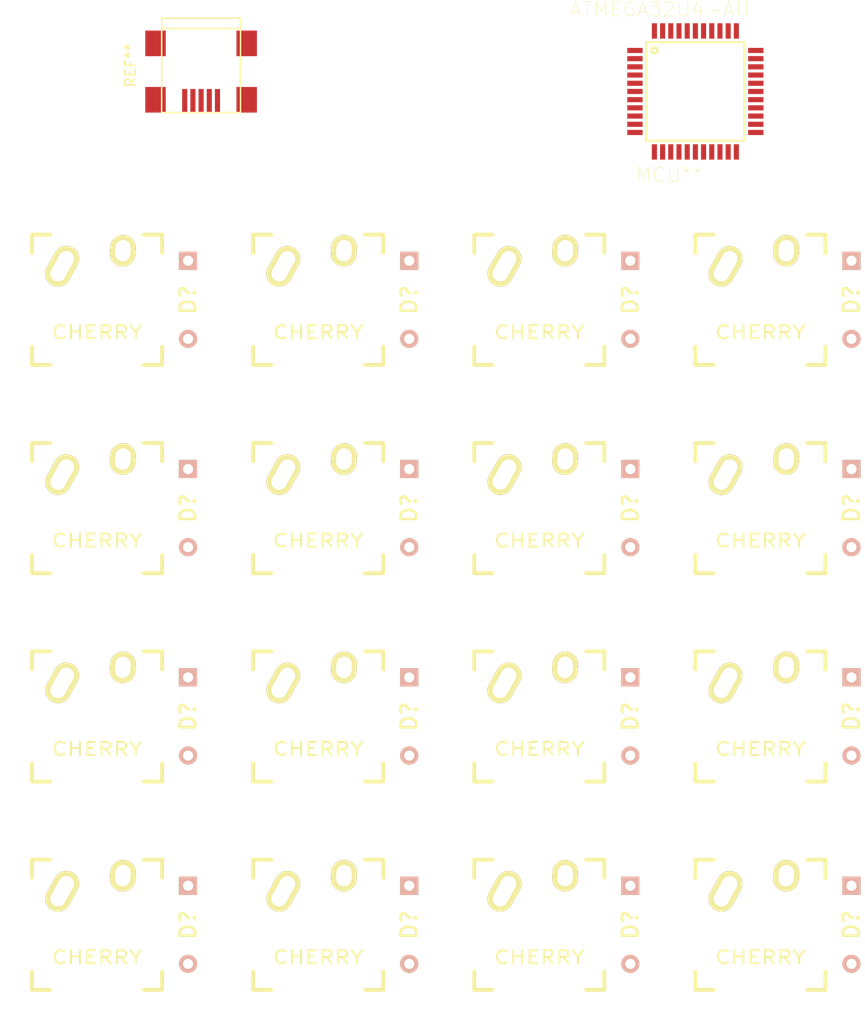
<source format=kicad_pcb>
(kicad_pcb (version 4) (host pcbnew 4.0.4-stable)

  (general
    (links 0)
    (no_connects 0)
    (area 0 0 0 0)
    (thickness 1.6)
    (drawings 0)
    (tracks 0)
    (zones 0)
    (modules 34)
    (nets 1)
  )

  (page A4)
  (layers
    (0 F.Cu signal)
    (31 B.Cu signal)
    (32 B.Adhes user)
    (33 F.Adhes user)
    (34 B.Paste user)
    (35 F.Paste user)
    (36 B.SilkS user)
    (37 F.SilkS user)
    (38 B.Mask user)
    (39 F.Mask user)
    (40 Dwgs.User user)
    (41 Cmts.User user)
    (42 Eco1.User user)
    (43 Eco2.User user)
    (44 Edge.Cuts user)
    (45 Margin user)
    (46 B.CrtYd user)
    (47 F.CrtYd user)
    (48 B.Fab user)
    (49 F.Fab user)
  )

  (setup
    (last_trace_width 0.25)
    (trace_clearance 0.2)
    (zone_clearance 0.508)
    (zone_45_only no)
    (trace_min 0.2)
    (segment_width 0.2)
    (edge_width 0.15)
    (via_size 0.6)
    (via_drill 0.4)
    (via_min_size 0.4)
    (via_min_drill 0.3)
    (uvia_size 0.3)
    (uvia_drill 0.1)
    (uvias_allowed no)
    (uvia_min_size 0.2)
    (uvia_min_drill 0.1)
    (pcb_text_width 0.3)
    (pcb_text_size 1.5 1.5)
    (mod_edge_width 0.15)
    (mod_text_size 1 1)
    (mod_text_width 0.15)
    (pad_size 1.524 1.524)
    (pad_drill 0.762)
    (pad_to_mask_clearance 0.2)
    (aux_axis_origin 0 0)
    (visible_elements FFFFFF7F)
    (pcbplotparams
      (layerselection 0x00030_80000001)
      (usegerberextensions false)
      (excludeedgelayer true)
      (linewidth 0.100000)
      (plotframeref false)
      (viasonmask false)
      (mode 1)
      (useauxorigin false)
      (hpglpennumber 1)
      (hpglpenspeed 20)
      (hpglpendiameter 15)
      (hpglpenoverlay 2)
      (psnegative false)
      (psa4output false)
      (plotreference true)
      (plotvalue true)
      (plotinvisibletext false)
      (padsonsilk false)
      (subtractmaskfromsilk false)
      (outputformat 1)
      (mirror false)
      (drillshape 1)
      (scaleselection 1)
      (outputdirectory ""))
  )

  (net 0 "")

  (net_class Default "This is the default net class."
    (clearance 0.2)
    (trace_width 0.25)
    (via_dia 0.6)
    (via_drill 0.4)
    (uvia_dia 0.3)
    (uvia_drill 0.1)
  )

  (module part_library:MX_DIODE (layer F.Cu) (tedit 4EC3E830) (tstamp 58646C56)
    (at 132.08 99.06 90)
    (fp_text reference D? (at 0 5.08 90) (layer F.SilkS)
      (effects (font (thickness 0.254)))
    )
    (fp_text value DIODE (at 0 5.08 90) (layer F.SilkS) hide
      (effects (font (thickness 0.254)))
    )
    (pad 1 thru_hole circle (at -3.81 5.08 90) (size 1.778 1.778) (drill 0.9906) (layers *.Cu *.SilkS *.Mask))
    (pad 2 thru_hole rect (at 3.81 5.08 90) (size 1.778 1.778) (drill 0.9906) (layers *.Cu *.SilkS *.Mask))
  )

  (module part_library:MX_DIODE (layer F.Cu) (tedit 4EC3E830) (tstamp 58646C51)
    (at 110.49 99.06 90)
    (fp_text reference D? (at 0 5.08 90) (layer F.SilkS)
      (effects (font (thickness 0.254)))
    )
    (fp_text value DIODE (at 0 5.08 90) (layer F.SilkS) hide
      (effects (font (thickness 0.254)))
    )
    (pad 1 thru_hole circle (at -3.81 5.08 90) (size 1.778 1.778) (drill 0.9906) (layers *.Cu *.SilkS *.Mask))
    (pad 2 thru_hole rect (at 3.81 5.08 90) (size 1.778 1.778) (drill 0.9906) (layers *.Cu *.SilkS *.Mask))
  )

  (module part_library:MX_DIODE (layer F.Cu) (tedit 4EC3E830) (tstamp 58646C4C)
    (at 88.9 99.06 90)
    (fp_text reference D? (at 0 5.08 90) (layer F.SilkS)
      (effects (font (thickness 0.254)))
    )
    (fp_text value DIODE (at 0 5.08 90) (layer F.SilkS) hide
      (effects (font (thickness 0.254)))
    )
    (pad 1 thru_hole circle (at -3.81 5.08 90) (size 1.778 1.778) (drill 0.9906) (layers *.Cu *.SilkS *.Mask))
    (pad 2 thru_hole rect (at 3.81 5.08 90) (size 1.778 1.778) (drill 0.9906) (layers *.Cu *.SilkS *.Mask))
  )

  (module part_library:MX_DIODE (layer F.Cu) (tedit 4EC3E830) (tstamp 58646C47)
    (at 67.31 99.06 90)
    (fp_text reference D? (at 0 5.08 90) (layer F.SilkS)
      (effects (font (thickness 0.254)))
    )
    (fp_text value DIODE (at 0 5.08 90) (layer F.SilkS) hide
      (effects (font (thickness 0.254)))
    )
    (pad 1 thru_hole circle (at -3.81 5.08 90) (size 1.778 1.778) (drill 0.9906) (layers *.Cu *.SilkS *.Mask))
    (pad 2 thru_hole rect (at 3.81 5.08 90) (size 1.778 1.778) (drill 0.9906) (layers *.Cu *.SilkS *.Mask))
  )

  (module part_library:HYBRID_PCB_100H (layer F.Cu) (tedit 549A0505) (tstamp 58646C2A)
    (at 128.27 99.06)
    (fp_text reference CHERRY (at 0 3.175) (layer F.SilkS)
      (effects (font (size 1.27 1.524) (thickness 0.2032)))
    )
    (fp_text value MX (at 0 5.08) (layer F.SilkS) hide
      (effects (font (size 1.27 1.524) (thickness 0.2032)))
    )
    (fp_text user 1.00u (at -5.715 8.255) (layer Dwgs.User)
      (effects (font (thickness 0.3048)))
    )
    (fp_line (start -6.35 -6.35) (end 6.35 -6.35) (layer Cmts.User) (width 0.1524))
    (fp_line (start 6.35 -6.35) (end 6.35 6.35) (layer Cmts.User) (width 0.1524))
    (fp_line (start 6.35 6.35) (end -6.35 6.35) (layer Cmts.User) (width 0.1524))
    (fp_line (start -6.35 6.35) (end -6.35 -6.35) (layer Cmts.User) (width 0.1524))
    (fp_line (start -9.398 -9.398) (end 9.398 -9.398) (layer Dwgs.User) (width 0.1524))
    (fp_line (start 9.398 -9.398) (end 9.398 9.398) (layer Dwgs.User) (width 0.1524))
    (fp_line (start 9.398 9.398) (end -9.398 9.398) (layer Dwgs.User) (width 0.1524))
    (fp_line (start -9.398 9.398) (end -9.398 -9.398) (layer Dwgs.User) (width 0.1524))
    (fp_line (start -6.35 -6.35) (end -4.572 -6.35) (layer F.SilkS) (width 0.381))
    (fp_line (start 4.572 -6.35) (end 6.35 -6.35) (layer F.SilkS) (width 0.381))
    (fp_line (start 6.35 -6.35) (end 6.35 -4.572) (layer F.SilkS) (width 0.381))
    (fp_line (start 6.35 4.572) (end 6.35 6.35) (layer F.SilkS) (width 0.381))
    (fp_line (start 6.35 6.35) (end 4.572 6.35) (layer F.SilkS) (width 0.381))
    (fp_line (start -4.572 6.35) (end -6.35 6.35) (layer F.SilkS) (width 0.381))
    (fp_line (start -6.35 6.35) (end -6.35 4.572) (layer F.SilkS) (width 0.381))
    (fp_line (start -6.35 -4.572) (end -6.35 -6.35) (layer F.SilkS) (width 0.381))
    (fp_line (start -6.985 -6.985) (end 6.985 -6.985) (layer Eco2.User) (width 0.1524))
    (fp_line (start 6.985 -6.985) (end 6.985 6.985) (layer Eco2.User) (width 0.1524))
    (fp_line (start 6.985 6.985) (end -6.985 6.985) (layer Eco2.User) (width 0.1524))
    (fp_line (start -6.985 6.985) (end -6.985 -6.985) (layer Eco2.User) (width 0.1524))
    (pad 1 thru_hole oval (at -3.405 -3.27 330.95) (size 2.5 4.17) (drill oval 1.5 3.17) (layers *.Cu *.Mask F.SilkS))
    (pad 2 thru_hole oval (at 2.52 -4.79 356.1) (size 2.5 3.08) (drill oval 1.5 2.08) (layers *.Cu *.Mask F.SilkS))
    (pad HOLE np_thru_hole circle (at 0 0) (size 3.9878 3.9878) (drill 3.9878) (layers *.Cu))
    (pad HOLE np_thru_hole circle (at -5.08 0) (size 1.7018 1.7018) (drill 1.7018) (layers *.Cu))
    (pad HOLE np_thru_hole circle (at 5.08 0) (size 1.7018 1.7018) (drill 1.7018) (layers *.Cu))
  )

  (module part_library:HYBRID_PCB_100H (layer F.Cu) (tedit 549A0505) (tstamp 58646C0D)
    (at 106.68 99.06)
    (fp_text reference CHERRY (at 0 3.175) (layer F.SilkS)
      (effects (font (size 1.27 1.524) (thickness 0.2032)))
    )
    (fp_text value MX (at 0 5.08) (layer F.SilkS) hide
      (effects (font (size 1.27 1.524) (thickness 0.2032)))
    )
    (fp_text user 1.00u (at -5.715 8.255) (layer Dwgs.User)
      (effects (font (thickness 0.3048)))
    )
    (fp_line (start -6.35 -6.35) (end 6.35 -6.35) (layer Cmts.User) (width 0.1524))
    (fp_line (start 6.35 -6.35) (end 6.35 6.35) (layer Cmts.User) (width 0.1524))
    (fp_line (start 6.35 6.35) (end -6.35 6.35) (layer Cmts.User) (width 0.1524))
    (fp_line (start -6.35 6.35) (end -6.35 -6.35) (layer Cmts.User) (width 0.1524))
    (fp_line (start -9.398 -9.398) (end 9.398 -9.398) (layer Dwgs.User) (width 0.1524))
    (fp_line (start 9.398 -9.398) (end 9.398 9.398) (layer Dwgs.User) (width 0.1524))
    (fp_line (start 9.398 9.398) (end -9.398 9.398) (layer Dwgs.User) (width 0.1524))
    (fp_line (start -9.398 9.398) (end -9.398 -9.398) (layer Dwgs.User) (width 0.1524))
    (fp_line (start -6.35 -6.35) (end -4.572 -6.35) (layer F.SilkS) (width 0.381))
    (fp_line (start 4.572 -6.35) (end 6.35 -6.35) (layer F.SilkS) (width 0.381))
    (fp_line (start 6.35 -6.35) (end 6.35 -4.572) (layer F.SilkS) (width 0.381))
    (fp_line (start 6.35 4.572) (end 6.35 6.35) (layer F.SilkS) (width 0.381))
    (fp_line (start 6.35 6.35) (end 4.572 6.35) (layer F.SilkS) (width 0.381))
    (fp_line (start -4.572 6.35) (end -6.35 6.35) (layer F.SilkS) (width 0.381))
    (fp_line (start -6.35 6.35) (end -6.35 4.572) (layer F.SilkS) (width 0.381))
    (fp_line (start -6.35 -4.572) (end -6.35 -6.35) (layer F.SilkS) (width 0.381))
    (fp_line (start -6.985 -6.985) (end 6.985 -6.985) (layer Eco2.User) (width 0.1524))
    (fp_line (start 6.985 -6.985) (end 6.985 6.985) (layer Eco2.User) (width 0.1524))
    (fp_line (start 6.985 6.985) (end -6.985 6.985) (layer Eco2.User) (width 0.1524))
    (fp_line (start -6.985 6.985) (end -6.985 -6.985) (layer Eco2.User) (width 0.1524))
    (pad 1 thru_hole oval (at -3.405 -3.27 330.95) (size 2.5 4.17) (drill oval 1.5 3.17) (layers *.Cu *.Mask F.SilkS))
    (pad 2 thru_hole oval (at 2.52 -4.79 356.1) (size 2.5 3.08) (drill oval 1.5 2.08) (layers *.Cu *.Mask F.SilkS))
    (pad HOLE np_thru_hole circle (at 0 0) (size 3.9878 3.9878) (drill 3.9878) (layers *.Cu))
    (pad HOLE np_thru_hole circle (at -5.08 0) (size 1.7018 1.7018) (drill 1.7018) (layers *.Cu))
    (pad HOLE np_thru_hole circle (at 5.08 0) (size 1.7018 1.7018) (drill 1.7018) (layers *.Cu))
  )

  (module part_library:HYBRID_PCB_100H (layer F.Cu) (tedit 549A0505) (tstamp 58646BF0)
    (at 85.09 99.06)
    (fp_text reference CHERRY (at 0 3.175) (layer F.SilkS)
      (effects (font (size 1.27 1.524) (thickness 0.2032)))
    )
    (fp_text value MX (at 0 5.08) (layer F.SilkS) hide
      (effects (font (size 1.27 1.524) (thickness 0.2032)))
    )
    (fp_text user 1.00u (at -5.715 8.255) (layer Dwgs.User)
      (effects (font (thickness 0.3048)))
    )
    (fp_line (start -6.35 -6.35) (end 6.35 -6.35) (layer Cmts.User) (width 0.1524))
    (fp_line (start 6.35 -6.35) (end 6.35 6.35) (layer Cmts.User) (width 0.1524))
    (fp_line (start 6.35 6.35) (end -6.35 6.35) (layer Cmts.User) (width 0.1524))
    (fp_line (start -6.35 6.35) (end -6.35 -6.35) (layer Cmts.User) (width 0.1524))
    (fp_line (start -9.398 -9.398) (end 9.398 -9.398) (layer Dwgs.User) (width 0.1524))
    (fp_line (start 9.398 -9.398) (end 9.398 9.398) (layer Dwgs.User) (width 0.1524))
    (fp_line (start 9.398 9.398) (end -9.398 9.398) (layer Dwgs.User) (width 0.1524))
    (fp_line (start -9.398 9.398) (end -9.398 -9.398) (layer Dwgs.User) (width 0.1524))
    (fp_line (start -6.35 -6.35) (end -4.572 -6.35) (layer F.SilkS) (width 0.381))
    (fp_line (start 4.572 -6.35) (end 6.35 -6.35) (layer F.SilkS) (width 0.381))
    (fp_line (start 6.35 -6.35) (end 6.35 -4.572) (layer F.SilkS) (width 0.381))
    (fp_line (start 6.35 4.572) (end 6.35 6.35) (layer F.SilkS) (width 0.381))
    (fp_line (start 6.35 6.35) (end 4.572 6.35) (layer F.SilkS) (width 0.381))
    (fp_line (start -4.572 6.35) (end -6.35 6.35) (layer F.SilkS) (width 0.381))
    (fp_line (start -6.35 6.35) (end -6.35 4.572) (layer F.SilkS) (width 0.381))
    (fp_line (start -6.35 -4.572) (end -6.35 -6.35) (layer F.SilkS) (width 0.381))
    (fp_line (start -6.985 -6.985) (end 6.985 -6.985) (layer Eco2.User) (width 0.1524))
    (fp_line (start 6.985 -6.985) (end 6.985 6.985) (layer Eco2.User) (width 0.1524))
    (fp_line (start 6.985 6.985) (end -6.985 6.985) (layer Eco2.User) (width 0.1524))
    (fp_line (start -6.985 6.985) (end -6.985 -6.985) (layer Eco2.User) (width 0.1524))
    (pad 1 thru_hole oval (at -3.405 -3.27 330.95) (size 2.5 4.17) (drill oval 1.5 3.17) (layers *.Cu *.Mask F.SilkS))
    (pad 2 thru_hole oval (at 2.52 -4.79 356.1) (size 2.5 3.08) (drill oval 1.5 2.08) (layers *.Cu *.Mask F.SilkS))
    (pad HOLE np_thru_hole circle (at 0 0) (size 3.9878 3.9878) (drill 3.9878) (layers *.Cu))
    (pad HOLE np_thru_hole circle (at -5.08 0) (size 1.7018 1.7018) (drill 1.7018) (layers *.Cu))
    (pad HOLE np_thru_hole circle (at 5.08 0) (size 1.7018 1.7018) (drill 1.7018) (layers *.Cu))
  )

  (module part_library:HYBRID_PCB_100H (layer F.Cu) (tedit 549A0505) (tstamp 58646BD3)
    (at 63.5 99.06)
    (fp_text reference CHERRY (at 0 3.175) (layer F.SilkS)
      (effects (font (size 1.27 1.524) (thickness 0.2032)))
    )
    (fp_text value MX (at 0 5.08) (layer F.SilkS) hide
      (effects (font (size 1.27 1.524) (thickness 0.2032)))
    )
    (fp_text user 1.00u (at -5.715 8.255) (layer Dwgs.User)
      (effects (font (thickness 0.3048)))
    )
    (fp_line (start -6.35 -6.35) (end 6.35 -6.35) (layer Cmts.User) (width 0.1524))
    (fp_line (start 6.35 -6.35) (end 6.35 6.35) (layer Cmts.User) (width 0.1524))
    (fp_line (start 6.35 6.35) (end -6.35 6.35) (layer Cmts.User) (width 0.1524))
    (fp_line (start -6.35 6.35) (end -6.35 -6.35) (layer Cmts.User) (width 0.1524))
    (fp_line (start -9.398 -9.398) (end 9.398 -9.398) (layer Dwgs.User) (width 0.1524))
    (fp_line (start 9.398 -9.398) (end 9.398 9.398) (layer Dwgs.User) (width 0.1524))
    (fp_line (start 9.398 9.398) (end -9.398 9.398) (layer Dwgs.User) (width 0.1524))
    (fp_line (start -9.398 9.398) (end -9.398 -9.398) (layer Dwgs.User) (width 0.1524))
    (fp_line (start -6.35 -6.35) (end -4.572 -6.35) (layer F.SilkS) (width 0.381))
    (fp_line (start 4.572 -6.35) (end 6.35 -6.35) (layer F.SilkS) (width 0.381))
    (fp_line (start 6.35 -6.35) (end 6.35 -4.572) (layer F.SilkS) (width 0.381))
    (fp_line (start 6.35 4.572) (end 6.35 6.35) (layer F.SilkS) (width 0.381))
    (fp_line (start 6.35 6.35) (end 4.572 6.35) (layer F.SilkS) (width 0.381))
    (fp_line (start -4.572 6.35) (end -6.35 6.35) (layer F.SilkS) (width 0.381))
    (fp_line (start -6.35 6.35) (end -6.35 4.572) (layer F.SilkS) (width 0.381))
    (fp_line (start -6.35 -4.572) (end -6.35 -6.35) (layer F.SilkS) (width 0.381))
    (fp_line (start -6.985 -6.985) (end 6.985 -6.985) (layer Eco2.User) (width 0.1524))
    (fp_line (start 6.985 -6.985) (end 6.985 6.985) (layer Eco2.User) (width 0.1524))
    (fp_line (start 6.985 6.985) (end -6.985 6.985) (layer Eco2.User) (width 0.1524))
    (fp_line (start -6.985 6.985) (end -6.985 -6.985) (layer Eco2.User) (width 0.1524))
    (pad 1 thru_hole oval (at -3.405 -3.27 330.95) (size 2.5 4.17) (drill oval 1.5 3.17) (layers *.Cu *.Mask F.SilkS))
    (pad 2 thru_hole oval (at 2.52 -4.79 356.1) (size 2.5 3.08) (drill oval 1.5 2.08) (layers *.Cu *.Mask F.SilkS))
    (pad HOLE np_thru_hole circle (at 0 0) (size 3.9878 3.9878) (drill 3.9878) (layers *.Cu))
    (pad HOLE np_thru_hole circle (at -5.08 0) (size 1.7018 1.7018) (drill 1.7018) (layers *.Cu))
    (pad HOLE np_thru_hole circle (at 5.08 0) (size 1.7018 1.7018) (drill 1.7018) (layers *.Cu))
  )

  (module part_library:HYBRID_PCB_100H (layer F.Cu) (tedit 549A0505) (tstamp 58646BB6)
    (at 63.5 119.38)
    (fp_text reference CHERRY (at 0 3.175) (layer F.SilkS)
      (effects (font (size 1.27 1.524) (thickness 0.2032)))
    )
    (fp_text value MX (at 0 5.08) (layer F.SilkS) hide
      (effects (font (size 1.27 1.524) (thickness 0.2032)))
    )
    (fp_text user 1.00u (at -5.715 8.255) (layer Dwgs.User)
      (effects (font (thickness 0.3048)))
    )
    (fp_line (start -6.35 -6.35) (end 6.35 -6.35) (layer Cmts.User) (width 0.1524))
    (fp_line (start 6.35 -6.35) (end 6.35 6.35) (layer Cmts.User) (width 0.1524))
    (fp_line (start 6.35 6.35) (end -6.35 6.35) (layer Cmts.User) (width 0.1524))
    (fp_line (start -6.35 6.35) (end -6.35 -6.35) (layer Cmts.User) (width 0.1524))
    (fp_line (start -9.398 -9.398) (end 9.398 -9.398) (layer Dwgs.User) (width 0.1524))
    (fp_line (start 9.398 -9.398) (end 9.398 9.398) (layer Dwgs.User) (width 0.1524))
    (fp_line (start 9.398 9.398) (end -9.398 9.398) (layer Dwgs.User) (width 0.1524))
    (fp_line (start -9.398 9.398) (end -9.398 -9.398) (layer Dwgs.User) (width 0.1524))
    (fp_line (start -6.35 -6.35) (end -4.572 -6.35) (layer F.SilkS) (width 0.381))
    (fp_line (start 4.572 -6.35) (end 6.35 -6.35) (layer F.SilkS) (width 0.381))
    (fp_line (start 6.35 -6.35) (end 6.35 -4.572) (layer F.SilkS) (width 0.381))
    (fp_line (start 6.35 4.572) (end 6.35 6.35) (layer F.SilkS) (width 0.381))
    (fp_line (start 6.35 6.35) (end 4.572 6.35) (layer F.SilkS) (width 0.381))
    (fp_line (start -4.572 6.35) (end -6.35 6.35) (layer F.SilkS) (width 0.381))
    (fp_line (start -6.35 6.35) (end -6.35 4.572) (layer F.SilkS) (width 0.381))
    (fp_line (start -6.35 -4.572) (end -6.35 -6.35) (layer F.SilkS) (width 0.381))
    (fp_line (start -6.985 -6.985) (end 6.985 -6.985) (layer Eco2.User) (width 0.1524))
    (fp_line (start 6.985 -6.985) (end 6.985 6.985) (layer Eco2.User) (width 0.1524))
    (fp_line (start 6.985 6.985) (end -6.985 6.985) (layer Eco2.User) (width 0.1524))
    (fp_line (start -6.985 6.985) (end -6.985 -6.985) (layer Eco2.User) (width 0.1524))
    (pad 1 thru_hole oval (at -3.405 -3.27 330.95) (size 2.5 4.17) (drill oval 1.5 3.17) (layers *.Cu *.Mask F.SilkS))
    (pad 2 thru_hole oval (at 2.52 -4.79 356.1) (size 2.5 3.08) (drill oval 1.5 2.08) (layers *.Cu *.Mask F.SilkS))
    (pad HOLE np_thru_hole circle (at 0 0) (size 3.9878 3.9878) (drill 3.9878) (layers *.Cu))
    (pad HOLE np_thru_hole circle (at -5.08 0) (size 1.7018 1.7018) (drill 1.7018) (layers *.Cu))
    (pad HOLE np_thru_hole circle (at 5.08 0) (size 1.7018 1.7018) (drill 1.7018) (layers *.Cu))
  )

  (module part_library:HYBRID_PCB_100H (layer F.Cu) (tedit 549A0505) (tstamp 58646B99)
    (at 85.09 119.38)
    (fp_text reference CHERRY (at 0 3.175) (layer F.SilkS)
      (effects (font (size 1.27 1.524) (thickness 0.2032)))
    )
    (fp_text value MX (at 0 5.08) (layer F.SilkS) hide
      (effects (font (size 1.27 1.524) (thickness 0.2032)))
    )
    (fp_text user 1.00u (at -5.715 8.255) (layer Dwgs.User)
      (effects (font (thickness 0.3048)))
    )
    (fp_line (start -6.35 -6.35) (end 6.35 -6.35) (layer Cmts.User) (width 0.1524))
    (fp_line (start 6.35 -6.35) (end 6.35 6.35) (layer Cmts.User) (width 0.1524))
    (fp_line (start 6.35 6.35) (end -6.35 6.35) (layer Cmts.User) (width 0.1524))
    (fp_line (start -6.35 6.35) (end -6.35 -6.35) (layer Cmts.User) (width 0.1524))
    (fp_line (start -9.398 -9.398) (end 9.398 -9.398) (layer Dwgs.User) (width 0.1524))
    (fp_line (start 9.398 -9.398) (end 9.398 9.398) (layer Dwgs.User) (width 0.1524))
    (fp_line (start 9.398 9.398) (end -9.398 9.398) (layer Dwgs.User) (width 0.1524))
    (fp_line (start -9.398 9.398) (end -9.398 -9.398) (layer Dwgs.User) (width 0.1524))
    (fp_line (start -6.35 -6.35) (end -4.572 -6.35) (layer F.SilkS) (width 0.381))
    (fp_line (start 4.572 -6.35) (end 6.35 -6.35) (layer F.SilkS) (width 0.381))
    (fp_line (start 6.35 -6.35) (end 6.35 -4.572) (layer F.SilkS) (width 0.381))
    (fp_line (start 6.35 4.572) (end 6.35 6.35) (layer F.SilkS) (width 0.381))
    (fp_line (start 6.35 6.35) (end 4.572 6.35) (layer F.SilkS) (width 0.381))
    (fp_line (start -4.572 6.35) (end -6.35 6.35) (layer F.SilkS) (width 0.381))
    (fp_line (start -6.35 6.35) (end -6.35 4.572) (layer F.SilkS) (width 0.381))
    (fp_line (start -6.35 -4.572) (end -6.35 -6.35) (layer F.SilkS) (width 0.381))
    (fp_line (start -6.985 -6.985) (end 6.985 -6.985) (layer Eco2.User) (width 0.1524))
    (fp_line (start 6.985 -6.985) (end 6.985 6.985) (layer Eco2.User) (width 0.1524))
    (fp_line (start 6.985 6.985) (end -6.985 6.985) (layer Eco2.User) (width 0.1524))
    (fp_line (start -6.985 6.985) (end -6.985 -6.985) (layer Eco2.User) (width 0.1524))
    (pad 1 thru_hole oval (at -3.405 -3.27 330.95) (size 2.5 4.17) (drill oval 1.5 3.17) (layers *.Cu *.Mask F.SilkS))
    (pad 2 thru_hole oval (at 2.52 -4.79 356.1) (size 2.5 3.08) (drill oval 1.5 2.08) (layers *.Cu *.Mask F.SilkS))
    (pad HOLE np_thru_hole circle (at 0 0) (size 3.9878 3.9878) (drill 3.9878) (layers *.Cu))
    (pad HOLE np_thru_hole circle (at -5.08 0) (size 1.7018 1.7018) (drill 1.7018) (layers *.Cu))
    (pad HOLE np_thru_hole circle (at 5.08 0) (size 1.7018 1.7018) (drill 1.7018) (layers *.Cu))
  )

  (module part_library:HYBRID_PCB_100H (layer F.Cu) (tedit 549A0505) (tstamp 58646B7C)
    (at 106.68 119.38)
    (fp_text reference CHERRY (at 0 3.175) (layer F.SilkS)
      (effects (font (size 1.27 1.524) (thickness 0.2032)))
    )
    (fp_text value MX (at 0 5.08) (layer F.SilkS) hide
      (effects (font (size 1.27 1.524) (thickness 0.2032)))
    )
    (fp_text user 1.00u (at -5.715 8.255) (layer Dwgs.User)
      (effects (font (thickness 0.3048)))
    )
    (fp_line (start -6.35 -6.35) (end 6.35 -6.35) (layer Cmts.User) (width 0.1524))
    (fp_line (start 6.35 -6.35) (end 6.35 6.35) (layer Cmts.User) (width 0.1524))
    (fp_line (start 6.35 6.35) (end -6.35 6.35) (layer Cmts.User) (width 0.1524))
    (fp_line (start -6.35 6.35) (end -6.35 -6.35) (layer Cmts.User) (width 0.1524))
    (fp_line (start -9.398 -9.398) (end 9.398 -9.398) (layer Dwgs.User) (width 0.1524))
    (fp_line (start 9.398 -9.398) (end 9.398 9.398) (layer Dwgs.User) (width 0.1524))
    (fp_line (start 9.398 9.398) (end -9.398 9.398) (layer Dwgs.User) (width 0.1524))
    (fp_line (start -9.398 9.398) (end -9.398 -9.398) (layer Dwgs.User) (width 0.1524))
    (fp_line (start -6.35 -6.35) (end -4.572 -6.35) (layer F.SilkS) (width 0.381))
    (fp_line (start 4.572 -6.35) (end 6.35 -6.35) (layer F.SilkS) (width 0.381))
    (fp_line (start 6.35 -6.35) (end 6.35 -4.572) (layer F.SilkS) (width 0.381))
    (fp_line (start 6.35 4.572) (end 6.35 6.35) (layer F.SilkS) (width 0.381))
    (fp_line (start 6.35 6.35) (end 4.572 6.35) (layer F.SilkS) (width 0.381))
    (fp_line (start -4.572 6.35) (end -6.35 6.35) (layer F.SilkS) (width 0.381))
    (fp_line (start -6.35 6.35) (end -6.35 4.572) (layer F.SilkS) (width 0.381))
    (fp_line (start -6.35 -4.572) (end -6.35 -6.35) (layer F.SilkS) (width 0.381))
    (fp_line (start -6.985 -6.985) (end 6.985 -6.985) (layer Eco2.User) (width 0.1524))
    (fp_line (start 6.985 -6.985) (end 6.985 6.985) (layer Eco2.User) (width 0.1524))
    (fp_line (start 6.985 6.985) (end -6.985 6.985) (layer Eco2.User) (width 0.1524))
    (fp_line (start -6.985 6.985) (end -6.985 -6.985) (layer Eco2.User) (width 0.1524))
    (pad 1 thru_hole oval (at -3.405 -3.27 330.95) (size 2.5 4.17) (drill oval 1.5 3.17) (layers *.Cu *.Mask F.SilkS))
    (pad 2 thru_hole oval (at 2.52 -4.79 356.1) (size 2.5 3.08) (drill oval 1.5 2.08) (layers *.Cu *.Mask F.SilkS))
    (pad HOLE np_thru_hole circle (at 0 0) (size 3.9878 3.9878) (drill 3.9878) (layers *.Cu))
    (pad HOLE np_thru_hole circle (at -5.08 0) (size 1.7018 1.7018) (drill 1.7018) (layers *.Cu))
    (pad HOLE np_thru_hole circle (at 5.08 0) (size 1.7018 1.7018) (drill 1.7018) (layers *.Cu))
  )

  (module part_library:HYBRID_PCB_100H (layer F.Cu) (tedit 549A0505) (tstamp 58646B5F)
    (at 128.27 119.38)
    (fp_text reference CHERRY (at 0 3.175) (layer F.SilkS)
      (effects (font (size 1.27 1.524) (thickness 0.2032)))
    )
    (fp_text value MX (at 0 5.08) (layer F.SilkS) hide
      (effects (font (size 1.27 1.524) (thickness 0.2032)))
    )
    (fp_text user 1.00u (at -5.715 8.255) (layer Dwgs.User)
      (effects (font (thickness 0.3048)))
    )
    (fp_line (start -6.35 -6.35) (end 6.35 -6.35) (layer Cmts.User) (width 0.1524))
    (fp_line (start 6.35 -6.35) (end 6.35 6.35) (layer Cmts.User) (width 0.1524))
    (fp_line (start 6.35 6.35) (end -6.35 6.35) (layer Cmts.User) (width 0.1524))
    (fp_line (start -6.35 6.35) (end -6.35 -6.35) (layer Cmts.User) (width 0.1524))
    (fp_line (start -9.398 -9.398) (end 9.398 -9.398) (layer Dwgs.User) (width 0.1524))
    (fp_line (start 9.398 -9.398) (end 9.398 9.398) (layer Dwgs.User) (width 0.1524))
    (fp_line (start 9.398 9.398) (end -9.398 9.398) (layer Dwgs.User) (width 0.1524))
    (fp_line (start -9.398 9.398) (end -9.398 -9.398) (layer Dwgs.User) (width 0.1524))
    (fp_line (start -6.35 -6.35) (end -4.572 -6.35) (layer F.SilkS) (width 0.381))
    (fp_line (start 4.572 -6.35) (end 6.35 -6.35) (layer F.SilkS) (width 0.381))
    (fp_line (start 6.35 -6.35) (end 6.35 -4.572) (layer F.SilkS) (width 0.381))
    (fp_line (start 6.35 4.572) (end 6.35 6.35) (layer F.SilkS) (width 0.381))
    (fp_line (start 6.35 6.35) (end 4.572 6.35) (layer F.SilkS) (width 0.381))
    (fp_line (start -4.572 6.35) (end -6.35 6.35) (layer F.SilkS) (width 0.381))
    (fp_line (start -6.35 6.35) (end -6.35 4.572) (layer F.SilkS) (width 0.381))
    (fp_line (start -6.35 -4.572) (end -6.35 -6.35) (layer F.SilkS) (width 0.381))
    (fp_line (start -6.985 -6.985) (end 6.985 -6.985) (layer Eco2.User) (width 0.1524))
    (fp_line (start 6.985 -6.985) (end 6.985 6.985) (layer Eco2.User) (width 0.1524))
    (fp_line (start 6.985 6.985) (end -6.985 6.985) (layer Eco2.User) (width 0.1524))
    (fp_line (start -6.985 6.985) (end -6.985 -6.985) (layer Eco2.User) (width 0.1524))
    (pad 1 thru_hole oval (at -3.405 -3.27 330.95) (size 2.5 4.17) (drill oval 1.5 3.17) (layers *.Cu *.Mask F.SilkS))
    (pad 2 thru_hole oval (at 2.52 -4.79 356.1) (size 2.5 3.08) (drill oval 1.5 2.08) (layers *.Cu *.Mask F.SilkS))
    (pad HOLE np_thru_hole circle (at 0 0) (size 3.9878 3.9878) (drill 3.9878) (layers *.Cu))
    (pad HOLE np_thru_hole circle (at -5.08 0) (size 1.7018 1.7018) (drill 1.7018) (layers *.Cu))
    (pad HOLE np_thru_hole circle (at 5.08 0) (size 1.7018 1.7018) (drill 1.7018) (layers *.Cu))
  )

  (module part_library:MX_DIODE (layer F.Cu) (tedit 4EC3E830) (tstamp 58646B5A)
    (at 67.31 119.38 90)
    (fp_text reference D? (at 0 5.08 90) (layer F.SilkS)
      (effects (font (thickness 0.254)))
    )
    (fp_text value DIODE (at 0 5.08 90) (layer F.SilkS) hide
      (effects (font (thickness 0.254)))
    )
    (pad 1 thru_hole circle (at -3.81 5.08 90) (size 1.778 1.778) (drill 0.9906) (layers *.Cu *.SilkS *.Mask))
    (pad 2 thru_hole rect (at 3.81 5.08 90) (size 1.778 1.778) (drill 0.9906) (layers *.Cu *.SilkS *.Mask))
  )

  (module part_library:MX_DIODE (layer F.Cu) (tedit 4EC3E830) (tstamp 58646B55)
    (at 88.9 119.38 90)
    (fp_text reference D? (at 0 5.08 90) (layer F.SilkS)
      (effects (font (thickness 0.254)))
    )
    (fp_text value DIODE (at 0 5.08 90) (layer F.SilkS) hide
      (effects (font (thickness 0.254)))
    )
    (pad 1 thru_hole circle (at -3.81 5.08 90) (size 1.778 1.778) (drill 0.9906) (layers *.Cu *.SilkS *.Mask))
    (pad 2 thru_hole rect (at 3.81 5.08 90) (size 1.778 1.778) (drill 0.9906) (layers *.Cu *.SilkS *.Mask))
  )

  (module part_library:MX_DIODE (layer F.Cu) (tedit 4EC3E830) (tstamp 58646B50)
    (at 110.49 119.38 90)
    (fp_text reference D? (at 0 5.08 90) (layer F.SilkS)
      (effects (font (thickness 0.254)))
    )
    (fp_text value DIODE (at 0 5.08 90) (layer F.SilkS) hide
      (effects (font (thickness 0.254)))
    )
    (pad 1 thru_hole circle (at -3.81 5.08 90) (size 1.778 1.778) (drill 0.9906) (layers *.Cu *.SilkS *.Mask))
    (pad 2 thru_hole rect (at 3.81 5.08 90) (size 1.778 1.778) (drill 0.9906) (layers *.Cu *.SilkS *.Mask))
  )

  (module part_library:MX_DIODE (layer F.Cu) (tedit 4EC3E830) (tstamp 58646B4B)
    (at 132.08 119.38 90)
    (fp_text reference D? (at 0 5.08 90) (layer F.SilkS)
      (effects (font (thickness 0.254)))
    )
    (fp_text value DIODE (at 0 5.08 90) (layer F.SilkS) hide
      (effects (font (thickness 0.254)))
    )
    (pad 1 thru_hole circle (at -3.81 5.08 90) (size 1.778 1.778) (drill 0.9906) (layers *.Cu *.SilkS *.Mask))
    (pad 2 thru_hole rect (at 3.81 5.08 90) (size 1.778 1.778) (drill 0.9906) (layers *.Cu *.SilkS *.Mask))
  )

  (module part_library:MX_DIODE (layer F.Cu) (tedit 4EC3E830) (tstamp 58646B46)
    (at 132.08 78.74 90)
    (fp_text reference D? (at 0 5.08 90) (layer F.SilkS)
      (effects (font (thickness 0.254)))
    )
    (fp_text value DIODE (at 0 5.08 90) (layer F.SilkS) hide
      (effects (font (thickness 0.254)))
    )
    (pad 1 thru_hole circle (at -3.81 5.08 90) (size 1.778 1.778) (drill 0.9906) (layers *.Cu *.SilkS *.Mask))
    (pad 2 thru_hole rect (at 3.81 5.08 90) (size 1.778 1.778) (drill 0.9906) (layers *.Cu *.SilkS *.Mask))
  )

  (module part_library:MX_DIODE (layer F.Cu) (tedit 4EC3E830) (tstamp 58646B41)
    (at 110.49 78.74 90)
    (fp_text reference D? (at 0 5.08 90) (layer F.SilkS)
      (effects (font (thickness 0.254)))
    )
    (fp_text value DIODE (at 0 5.08 90) (layer F.SilkS) hide
      (effects (font (thickness 0.254)))
    )
    (pad 1 thru_hole circle (at -3.81 5.08 90) (size 1.778 1.778) (drill 0.9906) (layers *.Cu *.SilkS *.Mask))
    (pad 2 thru_hole rect (at 3.81 5.08 90) (size 1.778 1.778) (drill 0.9906) (layers *.Cu *.SilkS *.Mask))
  )

  (module part_library:MX_DIODE (layer F.Cu) (tedit 4EC3E830) (tstamp 58646B3C)
    (at 88.9 78.74 90)
    (fp_text reference D? (at 0 5.08 90) (layer F.SilkS)
      (effects (font (thickness 0.254)))
    )
    (fp_text value DIODE (at 0 5.08 90) (layer F.SilkS) hide
      (effects (font (thickness 0.254)))
    )
    (pad 1 thru_hole circle (at -3.81 5.08 90) (size 1.778 1.778) (drill 0.9906) (layers *.Cu *.SilkS *.Mask))
    (pad 2 thru_hole rect (at 3.81 5.08 90) (size 1.778 1.778) (drill 0.9906) (layers *.Cu *.SilkS *.Mask))
  )

  (module part_library:MX_DIODE (layer F.Cu) (tedit 4EC3E830) (tstamp 58646B37)
    (at 67.31 78.74 90)
    (fp_text reference D? (at 0 5.08 90) (layer F.SilkS)
      (effects (font (thickness 0.254)))
    )
    (fp_text value DIODE (at 0 5.08 90) (layer F.SilkS) hide
      (effects (font (thickness 0.254)))
    )
    (pad 1 thru_hole circle (at -3.81 5.08 90) (size 1.778 1.778) (drill 0.9906) (layers *.Cu *.SilkS *.Mask))
    (pad 2 thru_hole rect (at 3.81 5.08 90) (size 1.778 1.778) (drill 0.9906) (layers *.Cu *.SilkS *.Mask))
  )

  (module part_library:HYBRID_PCB_100H (layer F.Cu) (tedit 549A0505) (tstamp 58646B1A)
    (at 128.27 78.74)
    (fp_text reference CHERRY (at 0 3.175) (layer F.SilkS)
      (effects (font (size 1.27 1.524) (thickness 0.2032)))
    )
    (fp_text value MX (at 0 5.08) (layer F.SilkS) hide
      (effects (font (size 1.27 1.524) (thickness 0.2032)))
    )
    (fp_text user 1.00u (at -5.715 8.255) (layer Dwgs.User)
      (effects (font (thickness 0.3048)))
    )
    (fp_line (start -6.35 -6.35) (end 6.35 -6.35) (layer Cmts.User) (width 0.1524))
    (fp_line (start 6.35 -6.35) (end 6.35 6.35) (layer Cmts.User) (width 0.1524))
    (fp_line (start 6.35 6.35) (end -6.35 6.35) (layer Cmts.User) (width 0.1524))
    (fp_line (start -6.35 6.35) (end -6.35 -6.35) (layer Cmts.User) (width 0.1524))
    (fp_line (start -9.398 -9.398) (end 9.398 -9.398) (layer Dwgs.User) (width 0.1524))
    (fp_line (start 9.398 -9.398) (end 9.398 9.398) (layer Dwgs.User) (width 0.1524))
    (fp_line (start 9.398 9.398) (end -9.398 9.398) (layer Dwgs.User) (width 0.1524))
    (fp_line (start -9.398 9.398) (end -9.398 -9.398) (layer Dwgs.User) (width 0.1524))
    (fp_line (start -6.35 -6.35) (end -4.572 -6.35) (layer F.SilkS) (width 0.381))
    (fp_line (start 4.572 -6.35) (end 6.35 -6.35) (layer F.SilkS) (width 0.381))
    (fp_line (start 6.35 -6.35) (end 6.35 -4.572) (layer F.SilkS) (width 0.381))
    (fp_line (start 6.35 4.572) (end 6.35 6.35) (layer F.SilkS) (width 0.381))
    (fp_line (start 6.35 6.35) (end 4.572 6.35) (layer F.SilkS) (width 0.381))
    (fp_line (start -4.572 6.35) (end -6.35 6.35) (layer F.SilkS) (width 0.381))
    (fp_line (start -6.35 6.35) (end -6.35 4.572) (layer F.SilkS) (width 0.381))
    (fp_line (start -6.35 -4.572) (end -6.35 -6.35) (layer F.SilkS) (width 0.381))
    (fp_line (start -6.985 -6.985) (end 6.985 -6.985) (layer Eco2.User) (width 0.1524))
    (fp_line (start 6.985 -6.985) (end 6.985 6.985) (layer Eco2.User) (width 0.1524))
    (fp_line (start 6.985 6.985) (end -6.985 6.985) (layer Eco2.User) (width 0.1524))
    (fp_line (start -6.985 6.985) (end -6.985 -6.985) (layer Eco2.User) (width 0.1524))
    (pad 1 thru_hole oval (at -3.405 -3.27 330.95) (size 2.5 4.17) (drill oval 1.5 3.17) (layers *.Cu *.Mask F.SilkS))
    (pad 2 thru_hole oval (at 2.52 -4.79 356.1) (size 2.5 3.08) (drill oval 1.5 2.08) (layers *.Cu *.Mask F.SilkS))
    (pad HOLE np_thru_hole circle (at 0 0) (size 3.9878 3.9878) (drill 3.9878) (layers *.Cu))
    (pad HOLE np_thru_hole circle (at -5.08 0) (size 1.7018 1.7018) (drill 1.7018) (layers *.Cu))
    (pad HOLE np_thru_hole circle (at 5.08 0) (size 1.7018 1.7018) (drill 1.7018) (layers *.Cu))
  )

  (module part_library:HYBRID_PCB_100H (layer F.Cu) (tedit 549A0505) (tstamp 58646AFD)
    (at 106.68 78.74)
    (fp_text reference CHERRY (at 0 3.175) (layer F.SilkS)
      (effects (font (size 1.27 1.524) (thickness 0.2032)))
    )
    (fp_text value MX (at 0 5.08) (layer F.SilkS) hide
      (effects (font (size 1.27 1.524) (thickness 0.2032)))
    )
    (fp_text user 1.00u (at -5.715 8.255) (layer Dwgs.User)
      (effects (font (thickness 0.3048)))
    )
    (fp_line (start -6.35 -6.35) (end 6.35 -6.35) (layer Cmts.User) (width 0.1524))
    (fp_line (start 6.35 -6.35) (end 6.35 6.35) (layer Cmts.User) (width 0.1524))
    (fp_line (start 6.35 6.35) (end -6.35 6.35) (layer Cmts.User) (width 0.1524))
    (fp_line (start -6.35 6.35) (end -6.35 -6.35) (layer Cmts.User) (width 0.1524))
    (fp_line (start -9.398 -9.398) (end 9.398 -9.398) (layer Dwgs.User) (width 0.1524))
    (fp_line (start 9.398 -9.398) (end 9.398 9.398) (layer Dwgs.User) (width 0.1524))
    (fp_line (start 9.398 9.398) (end -9.398 9.398) (layer Dwgs.User) (width 0.1524))
    (fp_line (start -9.398 9.398) (end -9.398 -9.398) (layer Dwgs.User) (width 0.1524))
    (fp_line (start -6.35 -6.35) (end -4.572 -6.35) (layer F.SilkS) (width 0.381))
    (fp_line (start 4.572 -6.35) (end 6.35 -6.35) (layer F.SilkS) (width 0.381))
    (fp_line (start 6.35 -6.35) (end 6.35 -4.572) (layer F.SilkS) (width 0.381))
    (fp_line (start 6.35 4.572) (end 6.35 6.35) (layer F.SilkS) (width 0.381))
    (fp_line (start 6.35 6.35) (end 4.572 6.35) (layer F.SilkS) (width 0.381))
    (fp_line (start -4.572 6.35) (end -6.35 6.35) (layer F.SilkS) (width 0.381))
    (fp_line (start -6.35 6.35) (end -6.35 4.572) (layer F.SilkS) (width 0.381))
    (fp_line (start -6.35 -4.572) (end -6.35 -6.35) (layer F.SilkS) (width 0.381))
    (fp_line (start -6.985 -6.985) (end 6.985 -6.985) (layer Eco2.User) (width 0.1524))
    (fp_line (start 6.985 -6.985) (end 6.985 6.985) (layer Eco2.User) (width 0.1524))
    (fp_line (start 6.985 6.985) (end -6.985 6.985) (layer Eco2.User) (width 0.1524))
    (fp_line (start -6.985 6.985) (end -6.985 -6.985) (layer Eco2.User) (width 0.1524))
    (pad 1 thru_hole oval (at -3.405 -3.27 330.95) (size 2.5 4.17) (drill oval 1.5 3.17) (layers *.Cu *.Mask F.SilkS))
    (pad 2 thru_hole oval (at 2.52 -4.79 356.1) (size 2.5 3.08) (drill oval 1.5 2.08) (layers *.Cu *.Mask F.SilkS))
    (pad HOLE np_thru_hole circle (at 0 0) (size 3.9878 3.9878) (drill 3.9878) (layers *.Cu))
    (pad HOLE np_thru_hole circle (at -5.08 0) (size 1.7018 1.7018) (drill 1.7018) (layers *.Cu))
    (pad HOLE np_thru_hole circle (at 5.08 0) (size 1.7018 1.7018) (drill 1.7018) (layers *.Cu))
  )

  (module part_library:HYBRID_PCB_100H (layer F.Cu) (tedit 549A0505) (tstamp 58646AE0)
    (at 85.09 78.74)
    (fp_text reference CHERRY (at 0 3.175) (layer F.SilkS)
      (effects (font (size 1.27 1.524) (thickness 0.2032)))
    )
    (fp_text value MX (at 0 5.08) (layer F.SilkS) hide
      (effects (font (size 1.27 1.524) (thickness 0.2032)))
    )
    (fp_text user 1.00u (at -5.715 8.255) (layer Dwgs.User)
      (effects (font (thickness 0.3048)))
    )
    (fp_line (start -6.35 -6.35) (end 6.35 -6.35) (layer Cmts.User) (width 0.1524))
    (fp_line (start 6.35 -6.35) (end 6.35 6.35) (layer Cmts.User) (width 0.1524))
    (fp_line (start 6.35 6.35) (end -6.35 6.35) (layer Cmts.User) (width 0.1524))
    (fp_line (start -6.35 6.35) (end -6.35 -6.35) (layer Cmts.User) (width 0.1524))
    (fp_line (start -9.398 -9.398) (end 9.398 -9.398) (layer Dwgs.User) (width 0.1524))
    (fp_line (start 9.398 -9.398) (end 9.398 9.398) (layer Dwgs.User) (width 0.1524))
    (fp_line (start 9.398 9.398) (end -9.398 9.398) (layer Dwgs.User) (width 0.1524))
    (fp_line (start -9.398 9.398) (end -9.398 -9.398) (layer Dwgs.User) (width 0.1524))
    (fp_line (start -6.35 -6.35) (end -4.572 -6.35) (layer F.SilkS) (width 0.381))
    (fp_line (start 4.572 -6.35) (end 6.35 -6.35) (layer F.SilkS) (width 0.381))
    (fp_line (start 6.35 -6.35) (end 6.35 -4.572) (layer F.SilkS) (width 0.381))
    (fp_line (start 6.35 4.572) (end 6.35 6.35) (layer F.SilkS) (width 0.381))
    (fp_line (start 6.35 6.35) (end 4.572 6.35) (layer F.SilkS) (width 0.381))
    (fp_line (start -4.572 6.35) (end -6.35 6.35) (layer F.SilkS) (width 0.381))
    (fp_line (start -6.35 6.35) (end -6.35 4.572) (layer F.SilkS) (width 0.381))
    (fp_line (start -6.35 -4.572) (end -6.35 -6.35) (layer F.SilkS) (width 0.381))
    (fp_line (start -6.985 -6.985) (end 6.985 -6.985) (layer Eco2.User) (width 0.1524))
    (fp_line (start 6.985 -6.985) (end 6.985 6.985) (layer Eco2.User) (width 0.1524))
    (fp_line (start 6.985 6.985) (end -6.985 6.985) (layer Eco2.User) (width 0.1524))
    (fp_line (start -6.985 6.985) (end -6.985 -6.985) (layer Eco2.User) (width 0.1524))
    (pad 1 thru_hole oval (at -3.405 -3.27 330.95) (size 2.5 4.17) (drill oval 1.5 3.17) (layers *.Cu *.Mask F.SilkS))
    (pad 2 thru_hole oval (at 2.52 -4.79 356.1) (size 2.5 3.08) (drill oval 1.5 2.08) (layers *.Cu *.Mask F.SilkS))
    (pad HOLE np_thru_hole circle (at 0 0) (size 3.9878 3.9878) (drill 3.9878) (layers *.Cu))
    (pad HOLE np_thru_hole circle (at -5.08 0) (size 1.7018 1.7018) (drill 1.7018) (layers *.Cu))
    (pad HOLE np_thru_hole circle (at 5.08 0) (size 1.7018 1.7018) (drill 1.7018) (layers *.Cu))
  )

  (module part_library:HYBRID_PCB_100H (layer F.Cu) (tedit 549A0505) (tstamp 58646AC3)
    (at 63.5 78.74)
    (fp_text reference CHERRY (at 0 3.175) (layer F.SilkS)
      (effects (font (size 1.27 1.524) (thickness 0.2032)))
    )
    (fp_text value MX (at 0 5.08) (layer F.SilkS) hide
      (effects (font (size 1.27 1.524) (thickness 0.2032)))
    )
    (fp_text user 1.00u (at -5.715 8.255) (layer Dwgs.User)
      (effects (font (thickness 0.3048)))
    )
    (fp_line (start -6.35 -6.35) (end 6.35 -6.35) (layer Cmts.User) (width 0.1524))
    (fp_line (start 6.35 -6.35) (end 6.35 6.35) (layer Cmts.User) (width 0.1524))
    (fp_line (start 6.35 6.35) (end -6.35 6.35) (layer Cmts.User) (width 0.1524))
    (fp_line (start -6.35 6.35) (end -6.35 -6.35) (layer Cmts.User) (width 0.1524))
    (fp_line (start -9.398 -9.398) (end 9.398 -9.398) (layer Dwgs.User) (width 0.1524))
    (fp_line (start 9.398 -9.398) (end 9.398 9.398) (layer Dwgs.User) (width 0.1524))
    (fp_line (start 9.398 9.398) (end -9.398 9.398) (layer Dwgs.User) (width 0.1524))
    (fp_line (start -9.398 9.398) (end -9.398 -9.398) (layer Dwgs.User) (width 0.1524))
    (fp_line (start -6.35 -6.35) (end -4.572 -6.35) (layer F.SilkS) (width 0.381))
    (fp_line (start 4.572 -6.35) (end 6.35 -6.35) (layer F.SilkS) (width 0.381))
    (fp_line (start 6.35 -6.35) (end 6.35 -4.572) (layer F.SilkS) (width 0.381))
    (fp_line (start 6.35 4.572) (end 6.35 6.35) (layer F.SilkS) (width 0.381))
    (fp_line (start 6.35 6.35) (end 4.572 6.35) (layer F.SilkS) (width 0.381))
    (fp_line (start -4.572 6.35) (end -6.35 6.35) (layer F.SilkS) (width 0.381))
    (fp_line (start -6.35 6.35) (end -6.35 4.572) (layer F.SilkS) (width 0.381))
    (fp_line (start -6.35 -4.572) (end -6.35 -6.35) (layer F.SilkS) (width 0.381))
    (fp_line (start -6.985 -6.985) (end 6.985 -6.985) (layer Eco2.User) (width 0.1524))
    (fp_line (start 6.985 -6.985) (end 6.985 6.985) (layer Eco2.User) (width 0.1524))
    (fp_line (start 6.985 6.985) (end -6.985 6.985) (layer Eco2.User) (width 0.1524))
    (fp_line (start -6.985 6.985) (end -6.985 -6.985) (layer Eco2.User) (width 0.1524))
    (pad 1 thru_hole oval (at -3.405 -3.27 330.95) (size 2.5 4.17) (drill oval 1.5 3.17) (layers *.Cu *.Mask F.SilkS))
    (pad 2 thru_hole oval (at 2.52 -4.79 356.1) (size 2.5 3.08) (drill oval 1.5 2.08) (layers *.Cu *.Mask F.SilkS))
    (pad HOLE np_thru_hole circle (at 0 0) (size 3.9878 3.9878) (drill 3.9878) (layers *.Cu))
    (pad HOLE np_thru_hole circle (at -5.08 0) (size 1.7018 1.7018) (drill 1.7018) (layers *.Cu))
    (pad HOLE np_thru_hole circle (at 5.08 0) (size 1.7018 1.7018) (drill 1.7018) (layers *.Cu))
  )

  (module part_library:HYBRID_PCB_100H (layer F.Cu) (tedit 549A0505) (tstamp 586466C2)
    (at 63.5 58.42)
    (fp_text reference CHERRY (at 0 3.175) (layer F.SilkS)
      (effects (font (size 1.27 1.524) (thickness 0.2032)))
    )
    (fp_text value MX (at 0 5.08) (layer F.SilkS) hide
      (effects (font (size 1.27 1.524) (thickness 0.2032)))
    )
    (fp_text user 1.00u (at -5.715 8.255) (layer Dwgs.User)
      (effects (font (thickness 0.3048)))
    )
    (fp_line (start -6.35 -6.35) (end 6.35 -6.35) (layer Cmts.User) (width 0.1524))
    (fp_line (start 6.35 -6.35) (end 6.35 6.35) (layer Cmts.User) (width 0.1524))
    (fp_line (start 6.35 6.35) (end -6.35 6.35) (layer Cmts.User) (width 0.1524))
    (fp_line (start -6.35 6.35) (end -6.35 -6.35) (layer Cmts.User) (width 0.1524))
    (fp_line (start -9.398 -9.398) (end 9.398 -9.398) (layer Dwgs.User) (width 0.1524))
    (fp_line (start 9.398 -9.398) (end 9.398 9.398) (layer Dwgs.User) (width 0.1524))
    (fp_line (start 9.398 9.398) (end -9.398 9.398) (layer Dwgs.User) (width 0.1524))
    (fp_line (start -9.398 9.398) (end -9.398 -9.398) (layer Dwgs.User) (width 0.1524))
    (fp_line (start -6.35 -6.35) (end -4.572 -6.35) (layer F.SilkS) (width 0.381))
    (fp_line (start 4.572 -6.35) (end 6.35 -6.35) (layer F.SilkS) (width 0.381))
    (fp_line (start 6.35 -6.35) (end 6.35 -4.572) (layer F.SilkS) (width 0.381))
    (fp_line (start 6.35 4.572) (end 6.35 6.35) (layer F.SilkS) (width 0.381))
    (fp_line (start 6.35 6.35) (end 4.572 6.35) (layer F.SilkS) (width 0.381))
    (fp_line (start -4.572 6.35) (end -6.35 6.35) (layer F.SilkS) (width 0.381))
    (fp_line (start -6.35 6.35) (end -6.35 4.572) (layer F.SilkS) (width 0.381))
    (fp_line (start -6.35 -4.572) (end -6.35 -6.35) (layer F.SilkS) (width 0.381))
    (fp_line (start -6.985 -6.985) (end 6.985 -6.985) (layer Eco2.User) (width 0.1524))
    (fp_line (start 6.985 -6.985) (end 6.985 6.985) (layer Eco2.User) (width 0.1524))
    (fp_line (start 6.985 6.985) (end -6.985 6.985) (layer Eco2.User) (width 0.1524))
    (fp_line (start -6.985 6.985) (end -6.985 -6.985) (layer Eco2.User) (width 0.1524))
    (pad 1 thru_hole oval (at -3.405 -3.27 330.95) (size 2.5 4.17) (drill oval 1.5 3.17) (layers *.Cu *.Mask F.SilkS))
    (pad 2 thru_hole oval (at 2.52 -4.79 356.1) (size 2.5 3.08) (drill oval 1.5 2.08) (layers *.Cu *.Mask F.SilkS))
    (pad HOLE np_thru_hole circle (at 0 0) (size 3.9878 3.9878) (drill 3.9878) (layers *.Cu))
    (pad HOLE np_thru_hole circle (at -5.08 0) (size 1.7018 1.7018) (drill 1.7018) (layers *.Cu))
    (pad HOLE np_thru_hole circle (at 5.08 0) (size 1.7018 1.7018) (drill 1.7018) (layers *.Cu))
  )

  (module part_library:HYBRID_PCB_100H (layer F.Cu) (tedit 549A0505) (tstamp 586466FD)
    (at 85.09 58.42)
    (fp_text reference CHERRY (at 0 3.175) (layer F.SilkS)
      (effects (font (size 1.27 1.524) (thickness 0.2032)))
    )
    (fp_text value MX (at 0 5.08) (layer F.SilkS) hide
      (effects (font (size 1.27 1.524) (thickness 0.2032)))
    )
    (fp_text user 1.00u (at -5.715 8.255) (layer Dwgs.User)
      (effects (font (thickness 0.3048)))
    )
    (fp_line (start -6.35 -6.35) (end 6.35 -6.35) (layer Cmts.User) (width 0.1524))
    (fp_line (start 6.35 -6.35) (end 6.35 6.35) (layer Cmts.User) (width 0.1524))
    (fp_line (start 6.35 6.35) (end -6.35 6.35) (layer Cmts.User) (width 0.1524))
    (fp_line (start -6.35 6.35) (end -6.35 -6.35) (layer Cmts.User) (width 0.1524))
    (fp_line (start -9.398 -9.398) (end 9.398 -9.398) (layer Dwgs.User) (width 0.1524))
    (fp_line (start 9.398 -9.398) (end 9.398 9.398) (layer Dwgs.User) (width 0.1524))
    (fp_line (start 9.398 9.398) (end -9.398 9.398) (layer Dwgs.User) (width 0.1524))
    (fp_line (start -9.398 9.398) (end -9.398 -9.398) (layer Dwgs.User) (width 0.1524))
    (fp_line (start -6.35 -6.35) (end -4.572 -6.35) (layer F.SilkS) (width 0.381))
    (fp_line (start 4.572 -6.35) (end 6.35 -6.35) (layer F.SilkS) (width 0.381))
    (fp_line (start 6.35 -6.35) (end 6.35 -4.572) (layer F.SilkS) (width 0.381))
    (fp_line (start 6.35 4.572) (end 6.35 6.35) (layer F.SilkS) (width 0.381))
    (fp_line (start 6.35 6.35) (end 4.572 6.35) (layer F.SilkS) (width 0.381))
    (fp_line (start -4.572 6.35) (end -6.35 6.35) (layer F.SilkS) (width 0.381))
    (fp_line (start -6.35 6.35) (end -6.35 4.572) (layer F.SilkS) (width 0.381))
    (fp_line (start -6.35 -4.572) (end -6.35 -6.35) (layer F.SilkS) (width 0.381))
    (fp_line (start -6.985 -6.985) (end 6.985 -6.985) (layer Eco2.User) (width 0.1524))
    (fp_line (start 6.985 -6.985) (end 6.985 6.985) (layer Eco2.User) (width 0.1524))
    (fp_line (start 6.985 6.985) (end -6.985 6.985) (layer Eco2.User) (width 0.1524))
    (fp_line (start -6.985 6.985) (end -6.985 -6.985) (layer Eco2.User) (width 0.1524))
    (pad 1 thru_hole oval (at -3.405 -3.27 330.95) (size 2.5 4.17) (drill oval 1.5 3.17) (layers *.Cu *.Mask F.SilkS))
    (pad 2 thru_hole oval (at 2.52 -4.79 356.1) (size 2.5 3.08) (drill oval 1.5 2.08) (layers *.Cu *.Mask F.SilkS))
    (pad HOLE np_thru_hole circle (at 0 0) (size 3.9878 3.9878) (drill 3.9878) (layers *.Cu))
    (pad HOLE np_thru_hole circle (at -5.08 0) (size 1.7018 1.7018) (drill 1.7018) (layers *.Cu))
    (pad HOLE np_thru_hole circle (at 5.08 0) (size 1.7018 1.7018) (drill 1.7018) (layers *.Cu))
  )

  (module part_library:HYBRID_PCB_100H (layer F.Cu) (tedit 549A0505) (tstamp 58646738)
    (at 106.68 58.42)
    (fp_text reference CHERRY (at 0 3.175) (layer F.SilkS)
      (effects (font (size 1.27 1.524) (thickness 0.2032)))
    )
    (fp_text value MX (at 0 5.08) (layer F.SilkS) hide
      (effects (font (size 1.27 1.524) (thickness 0.2032)))
    )
    (fp_text user 1.00u (at -5.715 8.255) (layer Dwgs.User)
      (effects (font (thickness 0.3048)))
    )
    (fp_line (start -6.35 -6.35) (end 6.35 -6.35) (layer Cmts.User) (width 0.1524))
    (fp_line (start 6.35 -6.35) (end 6.35 6.35) (layer Cmts.User) (width 0.1524))
    (fp_line (start 6.35 6.35) (end -6.35 6.35) (layer Cmts.User) (width 0.1524))
    (fp_line (start -6.35 6.35) (end -6.35 -6.35) (layer Cmts.User) (width 0.1524))
    (fp_line (start -9.398 -9.398) (end 9.398 -9.398) (layer Dwgs.User) (width 0.1524))
    (fp_line (start 9.398 -9.398) (end 9.398 9.398) (layer Dwgs.User) (width 0.1524))
    (fp_line (start 9.398 9.398) (end -9.398 9.398) (layer Dwgs.User) (width 0.1524))
    (fp_line (start -9.398 9.398) (end -9.398 -9.398) (layer Dwgs.User) (width 0.1524))
    (fp_line (start -6.35 -6.35) (end -4.572 -6.35) (layer F.SilkS) (width 0.381))
    (fp_line (start 4.572 -6.35) (end 6.35 -6.35) (layer F.SilkS) (width 0.381))
    (fp_line (start 6.35 -6.35) (end 6.35 -4.572) (layer F.SilkS) (width 0.381))
    (fp_line (start 6.35 4.572) (end 6.35 6.35) (layer F.SilkS) (width 0.381))
    (fp_line (start 6.35 6.35) (end 4.572 6.35) (layer F.SilkS) (width 0.381))
    (fp_line (start -4.572 6.35) (end -6.35 6.35) (layer F.SilkS) (width 0.381))
    (fp_line (start -6.35 6.35) (end -6.35 4.572) (layer F.SilkS) (width 0.381))
    (fp_line (start -6.35 -4.572) (end -6.35 -6.35) (layer F.SilkS) (width 0.381))
    (fp_line (start -6.985 -6.985) (end 6.985 -6.985) (layer Eco2.User) (width 0.1524))
    (fp_line (start 6.985 -6.985) (end 6.985 6.985) (layer Eco2.User) (width 0.1524))
    (fp_line (start 6.985 6.985) (end -6.985 6.985) (layer Eco2.User) (width 0.1524))
    (fp_line (start -6.985 6.985) (end -6.985 -6.985) (layer Eco2.User) (width 0.1524))
    (pad 1 thru_hole oval (at -3.405 -3.27 330.95) (size 2.5 4.17) (drill oval 1.5 3.17) (layers *.Cu *.Mask F.SilkS))
    (pad 2 thru_hole oval (at 2.52 -4.79 356.1) (size 2.5 3.08) (drill oval 1.5 2.08) (layers *.Cu *.Mask F.SilkS))
    (pad HOLE np_thru_hole circle (at 0 0) (size 3.9878 3.9878) (drill 3.9878) (layers *.Cu))
    (pad HOLE np_thru_hole circle (at -5.08 0) (size 1.7018 1.7018) (drill 1.7018) (layers *.Cu))
    (pad HOLE np_thru_hole circle (at 5.08 0) (size 1.7018 1.7018) (drill 1.7018) (layers *.Cu))
  )

  (module part_library:HYBRID_PCB_100H (layer F.Cu) (tedit 549A0505) (tstamp 58646773)
    (at 128.27 58.42)
    (fp_text reference CHERRY (at 0 3.175) (layer F.SilkS)
      (effects (font (size 1.27 1.524) (thickness 0.2032)))
    )
    (fp_text value MX (at 0 5.08) (layer F.SilkS) hide
      (effects (font (size 1.27 1.524) (thickness 0.2032)))
    )
    (fp_text user 1.00u (at -5.715 8.255) (layer Dwgs.User)
      (effects (font (thickness 0.3048)))
    )
    (fp_line (start -6.35 -6.35) (end 6.35 -6.35) (layer Cmts.User) (width 0.1524))
    (fp_line (start 6.35 -6.35) (end 6.35 6.35) (layer Cmts.User) (width 0.1524))
    (fp_line (start 6.35 6.35) (end -6.35 6.35) (layer Cmts.User) (width 0.1524))
    (fp_line (start -6.35 6.35) (end -6.35 -6.35) (layer Cmts.User) (width 0.1524))
    (fp_line (start -9.398 -9.398) (end 9.398 -9.398) (layer Dwgs.User) (width 0.1524))
    (fp_line (start 9.398 -9.398) (end 9.398 9.398) (layer Dwgs.User) (width 0.1524))
    (fp_line (start 9.398 9.398) (end -9.398 9.398) (layer Dwgs.User) (width 0.1524))
    (fp_line (start -9.398 9.398) (end -9.398 -9.398) (layer Dwgs.User) (width 0.1524))
    (fp_line (start -6.35 -6.35) (end -4.572 -6.35) (layer F.SilkS) (width 0.381))
    (fp_line (start 4.572 -6.35) (end 6.35 -6.35) (layer F.SilkS) (width 0.381))
    (fp_line (start 6.35 -6.35) (end 6.35 -4.572) (layer F.SilkS) (width 0.381))
    (fp_line (start 6.35 4.572) (end 6.35 6.35) (layer F.SilkS) (width 0.381))
    (fp_line (start 6.35 6.35) (end 4.572 6.35) (layer F.SilkS) (width 0.381))
    (fp_line (start -4.572 6.35) (end -6.35 6.35) (layer F.SilkS) (width 0.381))
    (fp_line (start -6.35 6.35) (end -6.35 4.572) (layer F.SilkS) (width 0.381))
    (fp_line (start -6.35 -4.572) (end -6.35 -6.35) (layer F.SilkS) (width 0.381))
    (fp_line (start -6.985 -6.985) (end 6.985 -6.985) (layer Eco2.User) (width 0.1524))
    (fp_line (start 6.985 -6.985) (end 6.985 6.985) (layer Eco2.User) (width 0.1524))
    (fp_line (start 6.985 6.985) (end -6.985 6.985) (layer Eco2.User) (width 0.1524))
    (fp_line (start -6.985 6.985) (end -6.985 -6.985) (layer Eco2.User) (width 0.1524))
    (pad 1 thru_hole oval (at -3.405 -3.27 330.95) (size 2.5 4.17) (drill oval 1.5 3.17) (layers *.Cu *.Mask F.SilkS))
    (pad 2 thru_hole oval (at 2.52 -4.79 356.1) (size 2.5 3.08) (drill oval 1.5 2.08) (layers *.Cu *.Mask F.SilkS))
    (pad HOLE np_thru_hole circle (at 0 0) (size 3.9878 3.9878) (drill 3.9878) (layers *.Cu))
    (pad HOLE np_thru_hole circle (at -5.08 0) (size 1.7018 1.7018) (drill 1.7018) (layers *.Cu))
    (pad HOLE np_thru_hole circle (at 5.08 0) (size 1.7018 1.7018) (drill 1.7018) (layers *.Cu))
  )

  (module part_library:MX_DIODE (layer F.Cu) (tedit 4EC3E830) (tstamp 58646A0F)
    (at 67.31 58.42 90)
    (fp_text reference D? (at 0 5.08 90) (layer F.SilkS)
      (effects (font (thickness 0.254)))
    )
    (fp_text value DIODE (at 0 5.08 90) (layer F.SilkS) hide
      (effects (font (thickness 0.254)))
    )
    (pad 1 thru_hole circle (at -3.81 5.08 90) (size 1.778 1.778) (drill 0.9906) (layers *.Cu *.SilkS *.Mask))
    (pad 2 thru_hole rect (at 3.81 5.08 90) (size 1.778 1.778) (drill 0.9906) (layers *.Cu *.SilkS *.Mask))
  )

  (module part_library:MX_DIODE (layer F.Cu) (tedit 4EC3E830) (tstamp 58646A1A)
    (at 88.9 58.42 90)
    (fp_text reference D? (at 0 5.08 90) (layer F.SilkS)
      (effects (font (thickness 0.254)))
    )
    (fp_text value DIODE (at 0 5.08 90) (layer F.SilkS) hide
      (effects (font (thickness 0.254)))
    )
    (pad 1 thru_hole circle (at -3.81 5.08 90) (size 1.778 1.778) (drill 0.9906) (layers *.Cu *.SilkS *.Mask))
    (pad 2 thru_hole rect (at 3.81 5.08 90) (size 1.778 1.778) (drill 0.9906) (layers *.Cu *.SilkS *.Mask))
  )

  (module part_library:MX_DIODE (layer F.Cu) (tedit 4EC3E830) (tstamp 58646A25)
    (at 110.49 58.42 90)
    (fp_text reference D? (at 0 5.08 90) (layer F.SilkS)
      (effects (font (thickness 0.254)))
    )
    (fp_text value DIODE (at 0 5.08 90) (layer F.SilkS) hide
      (effects (font (thickness 0.254)))
    )
    (pad 1 thru_hole circle (at -3.81 5.08 90) (size 1.778 1.778) (drill 0.9906) (layers *.Cu *.SilkS *.Mask))
    (pad 2 thru_hole rect (at 3.81 5.08 90) (size 1.778 1.778) (drill 0.9906) (layers *.Cu *.SilkS *.Mask))
  )

  (module part_library:MX_DIODE (layer F.Cu) (tedit 4EC3E830) (tstamp 58646ABD)
    (at 132.08 58.42 90)
    (fp_text reference D? (at 0 5.08 90) (layer F.SilkS)
      (effects (font (thickness 0.254)))
    )
    (fp_text value DIODE (at 0 5.08 90) (layer F.SilkS) hide
      (effects (font (thickness 0.254)))
    )
    (pad 1 thru_hole circle (at -3.81 5.08 90) (size 1.778 1.778) (drill 0.9906) (layers *.Cu *.SilkS *.Mask))
    (pad 2 thru_hole rect (at 3.81 5.08 90) (size 1.778 1.778) (drill 0.9906) (layers *.Cu *.SilkS *.Mask))
  )

  (module part_library:ATMEGA32U4-AU (layer F.Cu) (tedit 0) (tstamp 58646D41)
    (at 121.92 38.1)
    (solder_mask_margin 0.1)
    (attr smd)
    (fp_text reference ATMEGA32U4-AU (at -3.474 -8.014) (layer F.SilkS)
      (effects (font (size 1.4 1.4) (thickness 0.05)))
    )
    (fp_text value MCU** (at -2.55 8.1261) (layer F.SilkS)
      (effects (font (size 1.4 1.4) (thickness 0.05)))
    )
    (fp_line (start -4.8 -4.8) (end 4.8 -4.8) (layer F.SilkS) (width 0.2032))
    (fp_line (start 4.8 -4.8) (end 4.8 4.8) (layer F.SilkS) (width 0.2032))
    (fp_line (start 4.8 4.8) (end -4.8 4.8) (layer F.SilkS) (width 0.2032))
    (fp_line (start -4.8 4.8) (end -4.8 -4.8) (layer F.SilkS) (width 0.2032))
    (fp_circle (center -4 -4) (end -3.7173 -4) (layer F.SilkS) (width 0.254))
    (fp_line (start -7 -7) (end 7 -7) (layer Dwgs.User) (width 0.05))
    (fp_line (start 7 -7) (end 7 7) (layer Dwgs.User) (width 0.05))
    (fp_line (start 7 7) (end -7 7) (layer Dwgs.User) (width 0.05))
    (fp_line (start -7 7) (end -7 -7) (layer Dwgs.User) (width 0.05))
    (pad 1 smd rect (at -5.9 -4) (size 1.5 0.5) (layers F.Cu F.Paste F.Mask)
      (solder_mask_margin 0.2))
    (pad 2 smd rect (at -5.9 -3.2) (size 1.5 0.5) (layers F.Cu F.Paste F.Mask)
      (solder_mask_margin 0.2))
    (pad 3 smd rect (at -5.9 -2.4) (size 1.5 0.5) (layers F.Cu F.Paste F.Mask)
      (solder_mask_margin 0.2))
    (pad 4 smd rect (at -5.9 -1.6) (size 1.5 0.5) (layers F.Cu F.Paste F.Mask)
      (solder_mask_margin 0.2))
    (pad 5 smd rect (at -5.9 -0.8) (size 1.5 0.5) (layers F.Cu F.Paste F.Mask)
      (solder_mask_margin 0.2))
    (pad 6 smd rect (at -5.9 0) (size 1.5 0.5) (layers F.Cu F.Paste F.Mask)
      (solder_mask_margin 0.2))
    (pad 7 smd rect (at -5.9 0.8) (size 1.5 0.5) (layers F.Cu F.Paste F.Mask)
      (solder_mask_margin 0.2))
    (pad 8 smd rect (at -5.9 1.6) (size 1.5 0.5) (layers F.Cu F.Paste F.Mask)
      (solder_mask_margin 0.2))
    (pad 9 smd rect (at -5.9 2.4) (size 1.5 0.5) (layers F.Cu F.Paste F.Mask)
      (solder_mask_margin 0.2))
    (pad 10 smd rect (at -5.9 3.2) (size 1.5 0.5) (layers F.Cu F.Paste F.Mask)
      (solder_mask_margin 0.2))
    (pad 11 smd rect (at -5.9 4) (size 1.5 0.5) (layers F.Cu F.Paste F.Mask)
      (solder_mask_margin 0.2))
    (pad 12 smd rect (at -4 5.9) (size 0.5 1.5) (layers F.Cu F.Paste F.Mask)
      (solder_mask_margin 0.2))
    (pad 13 smd rect (at -3.2 5.9) (size 0.5 1.5) (layers F.Cu F.Paste F.Mask)
      (solder_mask_margin 0.2))
    (pad 14 smd rect (at -2.4 5.9) (size 0.5 1.5) (layers F.Cu F.Paste F.Mask)
      (solder_mask_margin 0.2))
    (pad 15 smd rect (at -1.6 5.9) (size 0.5 1.5) (layers F.Cu F.Paste F.Mask)
      (solder_mask_margin 0.2))
    (pad 16 smd rect (at -0.8 5.9) (size 0.5 1.5) (layers F.Cu F.Paste F.Mask)
      (solder_mask_margin 0.2))
    (pad 17 smd rect (at 0 5.9) (size 0.5 1.5) (layers F.Cu F.Paste F.Mask)
      (solder_mask_margin 0.2))
    (pad 18 smd rect (at 0.8 5.9) (size 0.5 1.5) (layers F.Cu F.Paste F.Mask)
      (solder_mask_margin 0.2))
    (pad 19 smd rect (at 1.6 5.9) (size 0.5 1.5) (layers F.Cu F.Paste F.Mask)
      (solder_mask_margin 0.2))
    (pad 20 smd rect (at 2.4 5.9) (size 0.5 1.5) (layers F.Cu F.Paste F.Mask)
      (solder_mask_margin 0.2))
    (pad 21 smd rect (at 3.2 5.9) (size 0.5 1.5) (layers F.Cu F.Paste F.Mask)
      (solder_mask_margin 0.2))
    (pad 22 smd rect (at 4 5.9) (size 0.5 1.5) (layers F.Cu F.Paste F.Mask)
      (solder_mask_margin 0.2))
    (pad 23 smd rect (at 5.9 4) (size 1.5 0.5) (layers F.Cu F.Paste F.Mask)
      (solder_mask_margin 0.2))
    (pad 24 smd rect (at 5.9 3.2) (size 1.5 0.5) (layers F.Cu F.Paste F.Mask)
      (solder_mask_margin 0.2))
    (pad 25 smd rect (at 5.9 2.4) (size 1.5 0.5) (layers F.Cu F.Paste F.Mask)
      (solder_mask_margin 0.2))
    (pad 26 smd rect (at 5.9 1.6) (size 1.5 0.5) (layers F.Cu F.Paste F.Mask)
      (solder_mask_margin 0.2))
    (pad 27 smd rect (at 5.9 0.8) (size 1.5 0.5) (layers F.Cu F.Paste F.Mask)
      (solder_mask_margin 0.2))
    (pad 28 smd rect (at 5.9 0) (size 1.5 0.5) (layers F.Cu F.Paste F.Mask)
      (solder_mask_margin 0.2))
    (pad 29 smd rect (at 5.9 -0.8) (size 1.5 0.5) (layers F.Cu F.Paste F.Mask)
      (solder_mask_margin 0.2))
    (pad 30 smd rect (at 5.9 -1.6) (size 1.5 0.5) (layers F.Cu F.Paste F.Mask)
      (solder_mask_margin 0.2))
    (pad 31 smd rect (at 5.9 -2.4) (size 1.5 0.5) (layers F.Cu F.Paste F.Mask)
      (solder_mask_margin 0.2))
    (pad 32 smd rect (at 5.9 -3.2) (size 1.5 0.5) (layers F.Cu F.Paste F.Mask)
      (solder_mask_margin 0.2))
    (pad 33 smd rect (at 5.9 -4) (size 1.5 0.5) (layers F.Cu F.Paste F.Mask)
      (solder_mask_margin 0.2))
    (pad 34 smd rect (at 4 -5.9) (size 0.5 1.5) (layers F.Cu F.Paste F.Mask)
      (solder_mask_margin 0.2))
    (pad 35 smd rect (at 3.2 -5.9) (size 0.5 1.5) (layers F.Cu F.Paste F.Mask)
      (solder_mask_margin 0.2))
    (pad 36 smd rect (at 2.4 -5.9) (size 0.5 1.5) (layers F.Cu F.Paste F.Mask)
      (solder_mask_margin 0.2))
    (pad 37 smd rect (at 1.6 -5.9) (size 0.5 1.5) (layers F.Cu F.Paste F.Mask)
      (solder_mask_margin 0.2))
    (pad 38 smd rect (at 0.8 -5.9) (size 0.5 1.5) (layers F.Cu F.Paste F.Mask)
      (solder_mask_margin 0.2))
    (pad 39 smd rect (at 0 -5.9) (size 0.5 1.5) (layers F.Cu F.Paste F.Mask)
      (solder_mask_margin 0.2))
    (pad 40 smd rect (at -0.8 -5.9) (size 0.5 1.5) (layers F.Cu F.Paste F.Mask)
      (solder_mask_margin 0.2))
    (pad 41 smd rect (at -1.6 -5.9) (size 0.5 1.5) (layers F.Cu F.Paste F.Mask)
      (solder_mask_margin 0.2))
    (pad 42 smd rect (at -2.4 -5.9) (size 0.5 1.5) (layers F.Cu F.Paste F.Mask)
      (solder_mask_margin 0.2))
    (pad 43 smd rect (at -3.2 -5.9) (size 0.5 1.5) (layers F.Cu F.Paste F.Mask)
      (solder_mask_margin 0.2))
    (pad 44 smd rect (at -4 -5.9) (size 0.5 1.5) (layers F.Cu F.Paste F.Mask)
      (solder_mask_margin 0.2))
  )

  (module Connect:USB_Mini-B (layer F.Cu) (tedit 5543E571) (tstamp 58646F55)
    (at 73.66 35.56 270)
    (descr "USB Mini-B 5-pin SMD connector")
    (tags "USB USB_B USB_Mini connector")
    (attr smd)
    (fp_text reference REF** (at 0 6.90118 270) (layer F.SilkS)
      (effects (font (size 1 1) (thickness 0.15)))
    )
    (fp_text value USB_Mini-B (at 0 -7.0993 270) (layer F.Fab)
      (effects (font (size 1 1) (thickness 0.15)))
    )
    (fp_line (start -4.85 -5.7) (end 4.85 -5.7) (layer F.CrtYd) (width 0.05))
    (fp_line (start 4.85 -5.7) (end 4.85 5.7) (layer F.CrtYd) (width 0.05))
    (fp_line (start 4.85 5.7) (end -4.85 5.7) (layer F.CrtYd) (width 0.05))
    (fp_line (start -4.85 5.7) (end -4.85 -5.7) (layer F.CrtYd) (width 0.05))
    (fp_line (start -3.59918 -3.85064) (end -3.59918 3.85064) (layer F.SilkS) (width 0.15))
    (fp_line (start -4.59994 -3.85064) (end -4.59994 3.85064) (layer F.SilkS) (width 0.15))
    (fp_line (start -4.59994 3.85064) (end 4.59994 3.85064) (layer F.SilkS) (width 0.15))
    (fp_line (start 4.59994 3.85064) (end 4.59994 -3.85064) (layer F.SilkS) (width 0.15))
    (fp_line (start 4.59994 -3.85064) (end -4.59994 -3.85064) (layer F.SilkS) (width 0.15))
    (pad 1 smd rect (at 3.44932 -1.6002 270) (size 2.30124 0.50038) (layers F.Cu F.Paste F.Mask))
    (pad 2 smd rect (at 3.44932 -0.8001 270) (size 2.30124 0.50038) (layers F.Cu F.Paste F.Mask))
    (pad 3 smd rect (at 3.44932 0 270) (size 2.30124 0.50038) (layers F.Cu F.Paste F.Mask))
    (pad 4 smd rect (at 3.44932 0.8001 270) (size 2.30124 0.50038) (layers F.Cu F.Paste F.Mask))
    (pad 5 smd rect (at 3.44932 1.6002 270) (size 2.30124 0.50038) (layers F.Cu F.Paste F.Mask))
    (pad 6 smd rect (at 3.35026 -4.45008 270) (size 2.49936 1.99898) (layers F.Cu F.Paste F.Mask))
    (pad 6 smd rect (at -2.14884 -4.45008 270) (size 2.49936 1.99898) (layers F.Cu F.Paste F.Mask))
    (pad 6 smd rect (at 3.35026 4.45008 270) (size 2.49936 1.99898) (layers F.Cu F.Paste F.Mask))
    (pad 6 smd rect (at -2.14884 4.45008 270) (size 2.49936 1.99898) (layers F.Cu F.Paste F.Mask))
    (pad "" np_thru_hole circle (at 0.8509 -2.19964 270) (size 0.89916 0.89916) (drill 0.89916) (layers *.Cu *.Mask))
    (pad "" np_thru_hole circle (at 0.8509 2.19964 270) (size 0.89916 0.89916) (drill 0.89916) (layers *.Cu *.Mask))
  )

)

</source>
